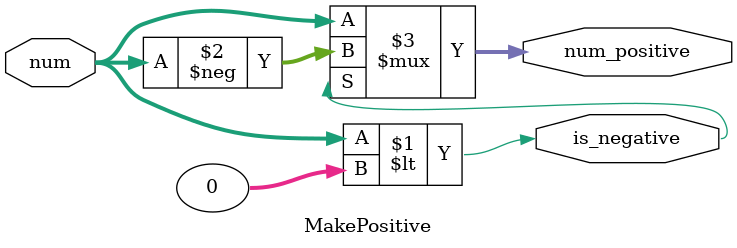
<source format=v>
`timescale 1ns / 1ps

module MakePositive #(
    parameter width = 8
) (
    input signed [width-1:0] num,
    output is_negative,
    output [width-1:0] num_positive
);
  assign is_negative  = (num < 0);
  assign num_positive = (is_negative) ? -num : num;
endmodule  // end MakePositive
</source>
